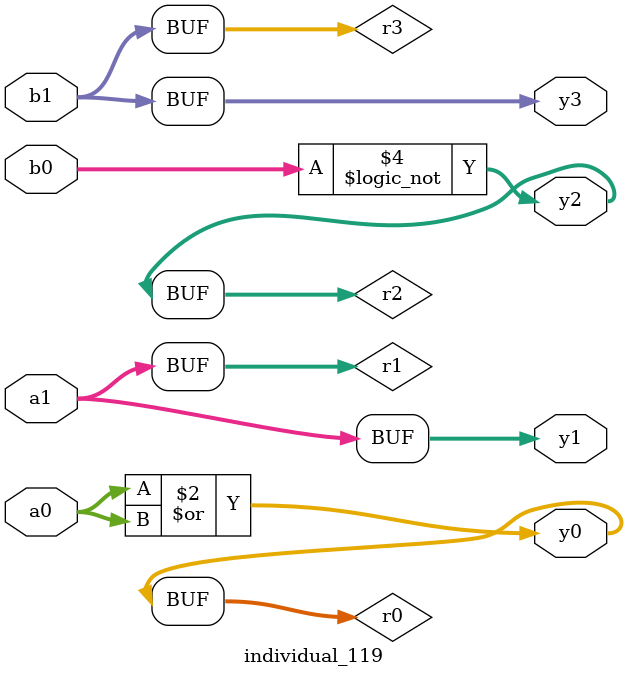
<source format=sv>
module individual_119(input logic [15:0] a1, input logic [15:0] a0, input logic [15:0] b1, input logic [15:0] b0, output logic [15:0] y3, output logic [15:0] y2, output logic [15:0] y1, output logic [15:0] y0);
logic [15:0] r0, r1, r2, r3; 
 always@(*) begin 
	 r0 = a0; r1 = a1; r2 = b0; r3 = b1; 
 	 r0  |=  a0 ;
 	 r2  &=  b0 ;
 	 r2 = ! b0 ;
 	 y3 = r3; y2 = r2; y1 = r1; y0 = r0; 
end
endmodule
</source>
